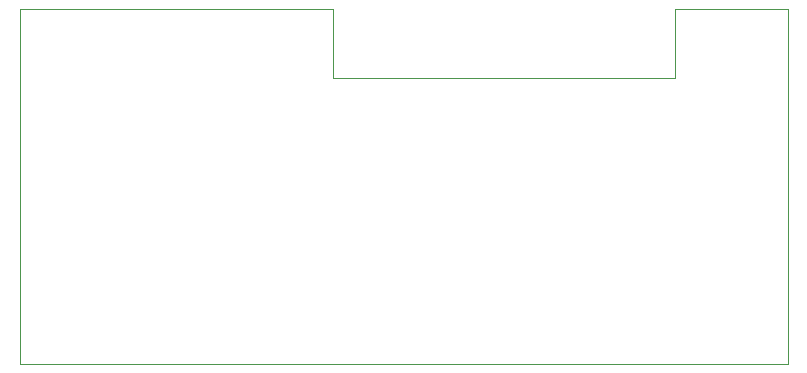
<source format=gbr>
%TF.GenerationSoftware,KiCad,Pcbnew,6.0.10-86aedd382b~118~ubuntu20.04.1*%
%TF.CreationDate,2023-08-02T00:09:12+02:00*%
%TF.ProjectId,power_board,706f7765-725f-4626-9f61-72642e6b6963,rev?*%
%TF.SameCoordinates,Original*%
%TF.FileFunction,Profile,NP*%
%FSLAX46Y46*%
G04 Gerber Fmt 4.6, Leading zero omitted, Abs format (unit mm)*
G04 Created by KiCad (PCBNEW 6.0.10-86aedd382b~118~ubuntu20.04.1) date 2023-08-02 00:09:12*
%MOMM*%
%LPD*%
G01*
G04 APERTURE LIST*
%TA.AperFunction,Profile*%
%ADD10C,0.100000*%
%TD*%
G04 APERTURE END LIST*
D10*
X175500000Y-85800000D02*
X175500000Y-80000000D01*
X146500000Y-85800000D02*
X175500000Y-85800000D01*
X146500000Y-80000000D02*
X146500000Y-85800000D01*
X185000000Y-110000000D02*
X120000000Y-110000000D01*
X185000000Y-80000000D02*
X185000000Y-110000000D01*
X120000000Y-110000000D02*
X120000000Y-80000000D01*
X120000000Y-80000000D02*
X146500000Y-80000000D01*
X175500000Y-80000000D02*
X185000000Y-80000000D01*
M02*

</source>
